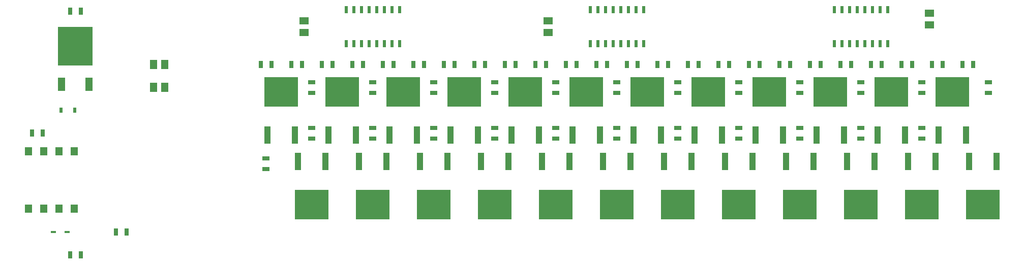
<source format=gbr>
G04 EAGLE Gerber RS-274X export*
G75*
%MOMM*%
%FSLAX34Y34*%
%LPD*%
%INSolderpaste Top*%
%IPPOS*%
%AMOC8*
5,1,8,0,0,1.08239X$1,22.5*%
G01*
%ADD10R,1.000000X2.850000*%
%ADD11R,5.550000X5.000000*%
%ADD12R,0.800000X1.200000*%
%ADD13R,0.600000X1.200000*%
%ADD14R,1.300000X1.400000*%
%ADD15R,0.870000X0.420000*%
%ADD16R,1.200000X0.800000*%
%ADD17R,0.630000X0.830000*%
%ADD18R,1.300000X1.500000*%
%ADD19R,1.200000X2.200000*%
%ADD20R,5.800000X6.400000*%
%ADD21R,1.500000X1.300000*%


D10*
X421700Y250600D03*
X467300Y250600D03*
D11*
X444500Y322600D03*
D10*
X924500Y206600D03*
X878900Y206600D03*
D11*
X901700Y134600D03*
D10*
X929700Y250600D03*
X975300Y250600D03*
D11*
X952500Y322600D03*
D10*
X1026100Y206600D03*
X980500Y206600D03*
D11*
X1003300Y134600D03*
D10*
X1031300Y250600D03*
X1076900Y250600D03*
D11*
X1054100Y322600D03*
D10*
X1127700Y206600D03*
X1082100Y206600D03*
D11*
X1104900Y134600D03*
D10*
X1132900Y250600D03*
X1178500Y250600D03*
D11*
X1155700Y322600D03*
D10*
X1229300Y206600D03*
X1183700Y206600D03*
D11*
X1206500Y134600D03*
D10*
X1234500Y250600D03*
X1280100Y250600D03*
D11*
X1257300Y322600D03*
D10*
X1330900Y206600D03*
X1285300Y206600D03*
D11*
X1308100Y134600D03*
D10*
X1336100Y250600D03*
X1381700Y250600D03*
D11*
X1358900Y322600D03*
D10*
X518100Y206600D03*
X472500Y206600D03*
D11*
X495300Y134600D03*
D10*
X1432500Y206600D03*
X1386900Y206600D03*
D11*
X1409700Y134600D03*
D10*
X1437700Y250600D03*
X1483300Y250600D03*
D11*
X1460500Y322600D03*
D10*
X1534100Y206600D03*
X1488500Y206600D03*
D11*
X1511300Y134600D03*
D10*
X1539300Y250600D03*
X1584900Y250600D03*
D11*
X1562100Y322600D03*
D10*
X1635700Y206600D03*
X1590100Y206600D03*
D11*
X1612900Y134600D03*
D10*
X523300Y250600D03*
X568900Y250600D03*
D11*
X546100Y322600D03*
D10*
X619700Y206600D03*
X574100Y206600D03*
D11*
X596900Y134600D03*
D10*
X624900Y250600D03*
X670500Y250600D03*
D11*
X647700Y322600D03*
D10*
X721300Y206600D03*
X675700Y206600D03*
D11*
X698500Y134600D03*
D10*
X726500Y250600D03*
X772100Y250600D03*
D11*
X749300Y322600D03*
D10*
X822900Y206600D03*
X777300Y206600D03*
D11*
X800100Y134600D03*
D10*
X828100Y250600D03*
X873700Y250600D03*
D11*
X850900Y322600D03*
D12*
X428100Y368300D03*
X410100Y368300D03*
X867300Y368300D03*
X885300Y368300D03*
X936100Y368300D03*
X918100Y368300D03*
X968900Y368300D03*
X986900Y368300D03*
X1037700Y368300D03*
X1019700Y368300D03*
X1070500Y368300D03*
X1088500Y368300D03*
X1139300Y368300D03*
X1121300Y368300D03*
X1172100Y368300D03*
X1190100Y368300D03*
X1240900Y368300D03*
X1222900Y368300D03*
X1273700Y368300D03*
X1291700Y368300D03*
X1342500Y368300D03*
X1324500Y368300D03*
X460900Y368300D03*
X478900Y368300D03*
X1375300Y368300D03*
X1393300Y368300D03*
X1444100Y368300D03*
X1426100Y368300D03*
X1476900Y368300D03*
X1494900Y368300D03*
X1527700Y368300D03*
X1545700Y368300D03*
X1578500Y368300D03*
X1596500Y368300D03*
X529700Y368300D03*
X511700Y368300D03*
X562500Y368300D03*
X580500Y368300D03*
X631300Y368300D03*
X613300Y368300D03*
X664100Y368300D03*
X682100Y368300D03*
X732900Y368300D03*
X714900Y368300D03*
X765700Y368300D03*
X783700Y368300D03*
X834500Y368300D03*
X816500Y368300D03*
D13*
X552450Y403800D03*
X565150Y403800D03*
X577850Y403800D03*
X590550Y403800D03*
X603250Y403800D03*
X615950Y403800D03*
X628650Y403800D03*
X641350Y403800D03*
X641350Y459800D03*
X628650Y459800D03*
X615950Y459800D03*
X603250Y459800D03*
X590550Y459800D03*
X577850Y459800D03*
X565150Y459800D03*
X552450Y459800D03*
X958850Y403800D03*
X971550Y403800D03*
X984250Y403800D03*
X996950Y403800D03*
X1009650Y403800D03*
X1022350Y403800D03*
X1035050Y403800D03*
X1047750Y403800D03*
X1047750Y459800D03*
X1035050Y459800D03*
X1022350Y459800D03*
X1009650Y459800D03*
X996950Y459800D03*
X984250Y459800D03*
X971550Y459800D03*
X958850Y459800D03*
X1365250Y403800D03*
X1377950Y403800D03*
X1390650Y403800D03*
X1403350Y403800D03*
X1416050Y403800D03*
X1428750Y403800D03*
X1441450Y403800D03*
X1454150Y403800D03*
X1454150Y459800D03*
X1441450Y459800D03*
X1428750Y459800D03*
X1416050Y459800D03*
X1403350Y459800D03*
X1390650Y459800D03*
X1377950Y459800D03*
X1365250Y459800D03*
D14*
X23200Y223600D03*
X48600Y223600D03*
X74000Y223600D03*
X99400Y223600D03*
X23900Y128200D03*
X49300Y128200D03*
X74700Y128200D03*
X100100Y128200D03*
D12*
X110600Y50800D03*
X92600Y50800D03*
D15*
X64950Y88900D03*
X87450Y88900D03*
D12*
X47100Y254000D03*
X29100Y254000D03*
D16*
X419100Y212200D03*
X419100Y194200D03*
X495300Y245000D03*
X495300Y263000D03*
X495300Y321200D03*
X495300Y339200D03*
X596900Y245000D03*
X596900Y263000D03*
X596900Y321200D03*
X596900Y339200D03*
X698500Y245000D03*
X698500Y263000D03*
X698500Y321200D03*
X698500Y339200D03*
X800100Y245000D03*
X800100Y263000D03*
X800100Y321200D03*
X800100Y339200D03*
X901700Y245000D03*
X901700Y263000D03*
X901700Y321200D03*
X901700Y339200D03*
X1003300Y245000D03*
X1003300Y263000D03*
X1003300Y321200D03*
X1003300Y339200D03*
X1104900Y245000D03*
X1104900Y263000D03*
X1104900Y321200D03*
X1104900Y339200D03*
X1206500Y245000D03*
X1206500Y263000D03*
X1206500Y321200D03*
X1206500Y339200D03*
X1308100Y245000D03*
X1308100Y263000D03*
X1308100Y321200D03*
X1308100Y339200D03*
X1409700Y245000D03*
X1409700Y263000D03*
X1409700Y321200D03*
X1409700Y339200D03*
X1511300Y245000D03*
X1511300Y263000D03*
X1511300Y321200D03*
X1511300Y339200D03*
X1621790Y339200D03*
X1621790Y321200D03*
D17*
X100400Y292100D03*
X77400Y292100D03*
D18*
X231800Y368300D03*
X250800Y368300D03*
X231800Y330200D03*
X250800Y330200D03*
D19*
X78800Y336100D03*
X124400Y336100D03*
D20*
X101600Y399100D03*
D12*
X92600Y457200D03*
X110600Y457200D03*
X168800Y88900D03*
X186800Y88900D03*
D21*
X482600Y422300D03*
X482600Y441300D03*
X889000Y422300D03*
X889000Y441300D03*
X1524000Y435000D03*
X1524000Y454000D03*
M02*

</source>
